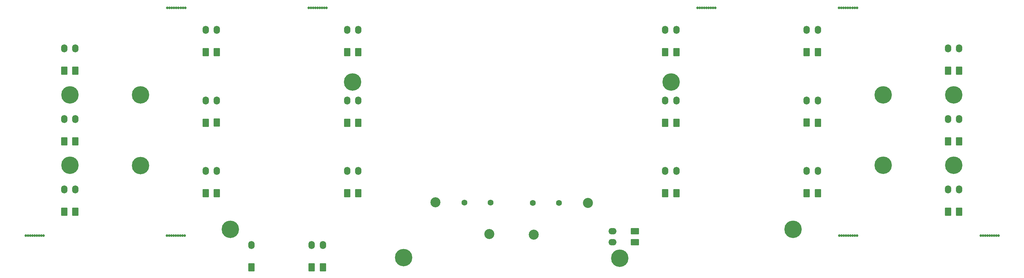
<source format=gts>
G04 #@! TF.GenerationSoftware,KiCad,Pcbnew,(6.0.8-1)-1*
G04 #@! TF.CreationDate,2023-02-08T14:44:23+02:00*
G04 #@! TF.ProjectId,corne-light,636f726e-652d-46c6-9967-68742e6b6963,2.0*
G04 #@! TF.SameCoordinates,Original*
G04 #@! TF.FileFunction,Soldermask,Top*
G04 #@! TF.FilePolarity,Negative*
%FSLAX46Y46*%
G04 Gerber Fmt 4.6, Leading zero omitted, Abs format (unit mm)*
G04 Created by KiCad (PCBNEW (6.0.8-1)-1) date 2023-02-08 14:44:23*
%MOMM*%
%LPD*%
G01*
G04 APERTURE LIST*
G04 Aperture macros list*
%AMRoundRect*
0 Rectangle with rounded corners*
0 $1 Rounding radius*
0 $2 $3 $4 $5 $6 $7 $8 $9 X,Y pos of 4 corners*
0 Add a 4 corners polygon primitive as box body*
4,1,4,$2,$3,$4,$5,$6,$7,$8,$9,$2,$3,0*
0 Add four circle primitives for the rounded corners*
1,1,$1+$1,$2,$3*
1,1,$1+$1,$4,$5*
1,1,$1+$1,$6,$7*
1,1,$1+$1,$8,$9*
0 Add four rect primitives between the rounded corners*
20,1,$1+$1,$2,$3,$4,$5,0*
20,1,$1+$1,$4,$5,$6,$7,0*
20,1,$1+$1,$6,$7,$8,$9,0*
20,1,$1+$1,$8,$9,$2,$3,0*%
G04 Aperture macros list end*
%ADD10C,1.600000*%
%ADD11C,2.700000*%
%ADD12C,0.700000*%
%ADD13RoundRect,0.200000X0.650000X-0.889000X0.650000X0.889000X-0.650000X0.889000X-0.650000X-0.889000X0*%
%ADD14O,1.700000X2.178000*%
%ADD15RoundRect,0.200000X0.889000X0.650000X-0.889000X0.650000X-0.889000X-0.650000X0.889000X-0.650000X0*%
%ADD16O,2.178000X1.700000*%
%ADD17C,4.700000*%
G04 APERTURE END LIST*
D10*
X137714500Y-84432000D03*
X144714500Y-84432000D03*
X163107847Y-84565432D03*
X156107847Y-84565432D03*
D11*
X156330847Y-93085432D03*
X170889847Y-84542432D03*
D12*
X23383750Y-93380000D03*
X21602500Y-93380000D03*
X24571250Y-93380000D03*
X23977500Y-93380000D03*
X22196250Y-93380000D03*
X21008750Y-93380000D03*
X19821250Y-93380000D03*
X20415000Y-93380000D03*
X22790000Y-93380000D03*
X61965750Y-93380000D03*
X62559500Y-93380000D03*
X60184500Y-93380000D03*
X57809500Y-93380000D03*
X59590750Y-93380000D03*
X60778250Y-93380000D03*
X58403250Y-93380000D03*
X58997000Y-93380000D03*
X61372000Y-93380000D03*
X60287500Y-31970000D03*
X61475000Y-31970000D03*
X60881250Y-31970000D03*
X62068750Y-31970000D03*
X58506250Y-31970000D03*
X59693750Y-31970000D03*
X57912500Y-31970000D03*
X59100000Y-31970000D03*
X62662500Y-31970000D03*
X95882500Y-31970000D03*
X96476250Y-31970000D03*
X97070000Y-31970000D03*
X98257500Y-31970000D03*
X97663750Y-31970000D03*
X98851250Y-31970000D03*
X100038750Y-31970000D03*
X99445000Y-31970000D03*
X100632500Y-31970000D03*
X202777500Y-31980000D03*
X200402500Y-31980000D03*
X201590000Y-31980000D03*
X200996250Y-31980000D03*
X205152500Y-31980000D03*
X202183750Y-31980000D03*
X203965000Y-31980000D03*
X203371250Y-31980000D03*
X204558750Y-31980000D03*
X239610000Y-31970000D03*
X239016250Y-31970000D03*
X240203750Y-31970000D03*
X240797500Y-31970000D03*
X241391250Y-31970000D03*
X241985000Y-31970000D03*
X242578750Y-31970000D03*
X238422500Y-31970000D03*
X243172500Y-31970000D03*
X281202500Y-93390000D03*
X280608750Y-93390000D03*
X279421250Y-93390000D03*
X276452500Y-93390000D03*
X278233750Y-93390000D03*
X277046250Y-93390000D03*
X277640000Y-93390000D03*
X278827500Y-93390000D03*
X280015000Y-93390000D03*
X240827500Y-93390000D03*
X242608750Y-93390000D03*
X238452500Y-93390000D03*
X239640000Y-93390000D03*
X239046250Y-93390000D03*
X240233750Y-93390000D03*
X243202500Y-93390000D03*
X242015000Y-93390000D03*
X241421250Y-93390000D03*
D13*
X270684847Y-86920432D03*
D14*
X270684847Y-80920432D03*
D13*
X232684847Y-81920432D03*
D14*
X232684847Y-75920432D03*
D13*
X229684847Y-81915432D03*
D14*
X229684847Y-75915432D03*
D13*
X194684847Y-81920432D03*
D14*
X194684847Y-75920432D03*
D13*
X191684847Y-81920432D03*
D14*
X191684847Y-75920432D03*
D15*
X183537500Y-92145000D03*
D16*
X177537500Y-92145000D03*
D15*
X183537500Y-95145000D03*
D16*
X177537500Y-95145000D03*
D13*
X270684847Y-48920432D03*
D14*
X270684847Y-42920432D03*
D13*
X267684847Y-48920432D03*
D14*
X267684847Y-42920432D03*
D13*
X232684847Y-43920432D03*
D14*
X232684847Y-37920432D03*
D13*
X229684847Y-43915432D03*
D14*
X229684847Y-37915432D03*
D13*
X194684847Y-43920432D03*
D14*
X194684847Y-37920432D03*
D13*
X191684847Y-43920432D03*
D14*
X191684847Y-37920432D03*
D13*
X270684847Y-67920432D03*
D14*
X270684847Y-61920432D03*
D13*
X267684847Y-67920432D03*
D14*
X267684847Y-61920432D03*
D13*
X232684847Y-62920432D03*
D14*
X232684847Y-56920432D03*
D13*
X229684847Y-62915432D03*
D14*
X229684847Y-56915432D03*
D13*
X194684847Y-62920432D03*
D14*
X194684847Y-56920432D03*
D13*
X33187500Y-86920000D03*
D14*
X33187500Y-80920000D03*
D13*
X33187500Y-67920000D03*
D14*
X33187500Y-61920000D03*
D13*
X33187500Y-48920000D03*
D14*
X33187500Y-42920000D03*
D13*
X191684847Y-62920432D03*
D14*
X191684847Y-56920432D03*
D13*
X99687500Y-101905000D03*
D14*
X99687500Y-95905000D03*
D13*
X96687500Y-101905000D03*
D14*
X96687500Y-95905000D03*
D13*
X80507500Y-101910000D03*
D14*
X80507500Y-95910000D03*
D13*
X109187500Y-81920000D03*
D14*
X109187500Y-75920000D03*
D13*
X106187500Y-81920000D03*
D14*
X106187500Y-75920000D03*
D13*
X71187500Y-81915000D03*
D14*
X71187500Y-75915000D03*
D13*
X68187500Y-81920000D03*
D14*
X68187500Y-75920000D03*
D13*
X30187500Y-86916875D03*
D14*
X30187500Y-80916875D03*
D13*
X109187500Y-62920000D03*
D14*
X109187500Y-56920000D03*
D13*
X106187500Y-62920000D03*
D14*
X106187500Y-56920000D03*
D13*
X71187500Y-62915000D03*
D14*
X71187500Y-56915000D03*
D13*
X68187500Y-62920000D03*
D14*
X68187500Y-56920000D03*
D13*
X30187500Y-67916875D03*
D14*
X30187500Y-61916875D03*
D13*
X109187500Y-43920000D03*
D14*
X109187500Y-37920000D03*
D13*
X106187500Y-43920000D03*
D14*
X106187500Y-37920000D03*
D13*
X71187500Y-43915000D03*
D14*
X71187500Y-37915000D03*
D13*
X68187500Y-43920000D03*
D14*
X68187500Y-37920000D03*
D13*
X30187500Y-48916875D03*
D14*
X30187500Y-42916875D03*
D13*
X267684847Y-86920432D03*
D14*
X267684847Y-80920432D03*
D17*
X31695500Y-74420500D03*
X107650500Y-51930500D03*
X31695500Y-55420500D03*
X74839500Y-91685500D03*
X121405500Y-99300000D03*
D11*
X129944500Y-84419000D03*
X144376500Y-92940000D03*
D17*
X193235847Y-51936932D03*
X179485847Y-99446932D03*
X226055847Y-91696932D03*
X269195847Y-55426932D03*
X269195847Y-74426932D03*
X50712500Y-74445000D03*
X50712500Y-55445000D03*
X250212500Y-74426932D03*
X250212500Y-55426932D03*
M02*

</source>
